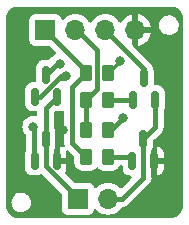
<source format=gbr>
%TF.GenerationSoftware,KiCad,Pcbnew,7.0.0-da2b9df05c~163~ubuntu20.04.1*%
%TF.CreationDate,2023-06-08T13:28:59+01:00*%
%TF.ProjectId,h_bridge,685f6272-6964-4676-952e-6b696361645f,rev?*%
%TF.SameCoordinates,Original*%
%TF.FileFunction,Copper,L1,Top*%
%TF.FilePolarity,Positive*%
%FSLAX46Y46*%
G04 Gerber Fmt 4.6, Leading zero omitted, Abs format (unit mm)*
G04 Created by KiCad (PCBNEW 7.0.0-da2b9df05c~163~ubuntu20.04.1) date 2023-06-08 13:28:59*
%MOMM*%
%LPD*%
G01*
G04 APERTURE LIST*
G04 Aperture macros list*
%AMRoundRect*
0 Rectangle with rounded corners*
0 $1 Rounding radius*
0 $2 $3 $4 $5 $6 $7 $8 $9 X,Y pos of 4 corners*
0 Add a 4 corners polygon primitive as box body*
4,1,4,$2,$3,$4,$5,$6,$7,$8,$9,$2,$3,0*
0 Add four circle primitives for the rounded corners*
1,1,$1+$1,$2,$3*
1,1,$1+$1,$4,$5*
1,1,$1+$1,$6,$7*
1,1,$1+$1,$8,$9*
0 Add four rect primitives between the rounded corners*
20,1,$1+$1,$2,$3,$4,$5,0*
20,1,$1+$1,$4,$5,$6,$7,0*
20,1,$1+$1,$6,$7,$8,$9,0*
20,1,$1+$1,$8,$9,$2,$3,0*%
G04 Aperture macros list end*
%TA.AperFunction,SMDPad,CuDef*%
%ADD10RoundRect,0.150000X0.150000X-0.587500X0.150000X0.587500X-0.150000X0.587500X-0.150000X-0.587500X0*%
%TD*%
%TA.AperFunction,ComponentPad*%
%ADD11R,1.700000X1.700000*%
%TD*%
%TA.AperFunction,ComponentPad*%
%ADD12O,1.700000X1.700000*%
%TD*%
%TA.AperFunction,SMDPad,CuDef*%
%ADD13RoundRect,0.250000X-0.262500X-0.450000X0.262500X-0.450000X0.262500X0.450000X-0.262500X0.450000X0*%
%TD*%
%TA.AperFunction,SMDPad,CuDef*%
%ADD14RoundRect,0.250000X0.262500X0.450000X-0.262500X0.450000X-0.262500X-0.450000X0.262500X-0.450000X0*%
%TD*%
%TA.AperFunction,ViaPad*%
%ADD15C,0.800000*%
%TD*%
%TA.AperFunction,Conductor*%
%ADD16C,0.400000*%
%TD*%
%TA.AperFunction,Conductor*%
%ADD17C,0.250000*%
%TD*%
G04 APERTURE END LIST*
D10*
%TO.P,Q3,1,G*%
%TO.N,Net-(Q3-G)*%
X95128000Y-56485000D03*
%TO.P,Q3,2,S*%
%TO.N,GND*%
X97028000Y-56485000D03*
%TO.P,Q3,3,D*%
%TO.N,Net-(M1-+)*%
X96078000Y-54610000D03*
%TD*%
D11*
%TO.P,M1,1,+*%
%TO.N,Net-(M1-+)*%
X98805999Y-59689999D03*
D12*
%TO.P,M1,2,-*%
%TO.N,Net-(M1--)*%
X101345999Y-59689999D03*
%TD*%
D13*
%TO.P,R1,1*%
%TO.N,/A*%
X99521000Y-49022000D03*
%TO.P,R1,2*%
%TO.N,Net-(Q1-G)*%
X101346000Y-49022000D03*
%TD*%
D14*
%TO.P,R3,1*%
%TO.N,Net-(Q4-G)*%
X101346000Y-56134000D03*
%TO.P,R3,2*%
%TO.N,/A*%
X99521000Y-56134000D03*
%TD*%
D10*
%TO.P,Q1,1,G*%
%TO.N,Net-(Q1-G)*%
X95128000Y-51054000D03*
%TO.P,Q1,2,S*%
%TO.N,Net-(M1-+)*%
X97028000Y-51054000D03*
%TO.P,Q1,3,D*%
%TO.N,VCC*%
X96078000Y-49179000D03*
%TD*%
D14*
%TO.P,R4,1*%
%TO.N,Net-(Q2-G)*%
X101346000Y-51308000D03*
%TO.P,R4,2*%
%TO.N,/B*%
X99521000Y-51308000D03*
%TD*%
D10*
%TO.P,Q2,1,G*%
%TO.N,Net-(Q2-G)*%
X103450000Y-51308000D03*
%TO.P,Q2,2,S*%
%TO.N,Net-(M1--)*%
X105350000Y-51308000D03*
%TO.P,Q2,3,D*%
%TO.N,VCC*%
X104400000Y-49433000D03*
%TD*%
%TO.P,Q4,1,G*%
%TO.N,Net-(Q4-G)*%
X103378000Y-56485000D03*
%TO.P,Q4,2,S*%
%TO.N,GND*%
X105278000Y-56485000D03*
%TO.P,Q4,3,D*%
%TO.N,Net-(M1--)*%
X104328000Y-54610000D03*
%TD*%
D13*
%TO.P,R2,1*%
%TO.N,/B*%
X99521000Y-53848000D03*
%TO.P,R2,2*%
%TO.N,Net-(Q3-G)*%
X101346000Y-53848000D03*
%TD*%
D11*
%TO.P,J1,1,Pin_1*%
%TO.N,/A*%
X96049999Y-45409999D03*
D12*
%TO.P,J1,2,Pin_2*%
%TO.N,/B*%
X98589999Y-45409999D03*
%TO.P,J1,3,Pin_3*%
%TO.N,VCC*%
X101129999Y-45409999D03*
%TO.P,J1,4,Pin_4*%
%TO.N,GND*%
X103669999Y-45409999D03*
%TD*%
D15*
%TO.N,VCC*%
X97282000Y-48260000D03*
%TO.N,GND*%
X93726000Y-54864000D03*
X97536000Y-53848000D03*
%TO.N,Net-(Q1-G)*%
X102362000Y-48006000D03*
X97790000Y-49276000D03*
%TO.N,Net-(Q3-G)*%
X94996000Y-53594000D03*
X102616000Y-52832000D03*
%TD*%
D16*
%TO.N,/A*%
X98336000Y-50207000D02*
X99521000Y-49022000D01*
X99521000Y-56134000D02*
X98336000Y-54949000D01*
D17*
X99521000Y-48881000D02*
X99521000Y-49022000D01*
D16*
X96050000Y-45410000D02*
X99521000Y-48881000D01*
X98336000Y-54949000D02*
X98336000Y-50207000D01*
%TO.N,/B*%
X98750000Y-45410000D02*
X98590000Y-45410000D01*
X100433500Y-47093500D02*
X98750000Y-45410000D01*
X100433500Y-50395500D02*
X100433500Y-47093500D01*
X99521000Y-51308000D02*
X100433500Y-50395500D01*
X99521000Y-51308000D02*
X99521000Y-53848000D01*
%TO.N,VCC*%
X104400000Y-48680000D02*
X101130000Y-45410000D01*
D17*
X104400000Y-49433000D02*
X104400000Y-48680000D01*
D16*
X96997000Y-48260000D02*
X96078000Y-49179000D01*
D17*
X97282000Y-48260000D02*
X96997000Y-48260000D01*
D16*
%TO.N,Net-(M1-+)*%
X96078000Y-54610000D02*
X96078000Y-56944251D01*
X97028000Y-51054000D02*
X96078000Y-52004000D01*
X96078000Y-52004000D02*
X96078000Y-54610000D01*
D17*
X98806000Y-59672251D02*
X98806000Y-59690000D01*
D16*
X96078000Y-56944251D02*
X98806000Y-59672251D01*
%TO.N,Net-(M1--)*%
X102548081Y-59690000D02*
X101346000Y-59690000D01*
X105350000Y-53588000D02*
X104328000Y-54610000D01*
X105350000Y-51308000D02*
X105350000Y-53588000D01*
X104328000Y-57910081D02*
X102548081Y-59690000D01*
X104328000Y-54610000D02*
X104328000Y-57910081D01*
D17*
%TO.N,Net-(Q1-G)*%
X95618749Y-51054000D02*
X95128000Y-51054000D01*
D16*
X97396749Y-49276000D02*
X97212375Y-49460375D01*
X97212375Y-49460375D02*
X95815375Y-50857375D01*
X97212375Y-49460375D02*
X97605625Y-49460375D01*
X97605625Y-49460375D02*
X97790000Y-49276000D01*
D17*
X101346000Y-49022000D02*
X102362000Y-48006000D01*
D16*
X95815375Y-50857375D02*
X95618750Y-51054000D01*
D17*
X97790000Y-49276000D02*
X97396749Y-49276000D01*
D16*
X95815375Y-50857375D02*
X95618749Y-51054000D01*
X95618750Y-51054000D02*
X95128000Y-51054000D01*
%TO.N,Net-(Q2-G)*%
X101346000Y-51308000D02*
X103450000Y-51308000D01*
%TO.N,Net-(Q3-G)*%
X101600000Y-53848000D02*
X102616000Y-52832000D01*
D17*
X101346000Y-53848000D02*
X101600000Y-53848000D01*
X94996000Y-56353000D02*
X95128000Y-56485000D01*
D16*
X95100000Y-53545500D02*
X95100000Y-56304500D01*
%TO.N,Net-(Q4-G)*%
X101346000Y-56134000D02*
X103027000Y-56134000D01*
D17*
X103027000Y-56134000D02*
X103378000Y-56485000D01*
%TD*%
%TA.AperFunction,Conductor*%
%TO.N,GND*%
G36*
X97572936Y-52236362D02*
G01*
X97618724Y-52281792D01*
X97635500Y-52344073D01*
X97635500Y-54924079D01*
X97635274Y-54931567D01*
X97632094Y-54984118D01*
X97632094Y-54984126D01*
X97631642Y-54991606D01*
X97632993Y-54998982D01*
X97632994Y-54998987D01*
X97642483Y-55050771D01*
X97643610Y-55058171D01*
X97649955Y-55110425D01*
X97649956Y-55110430D01*
X97650860Y-55117872D01*
X97653519Y-55124885D01*
X97653521Y-55124891D01*
X97654450Y-55127340D01*
X97660475Y-55148952D01*
X97660951Y-55151551D01*
X97660954Y-55151560D01*
X97662305Y-55158932D01*
X97665381Y-55165766D01*
X97665383Y-55165773D01*
X97667210Y-55169832D01*
X97677710Y-55230959D01*
X97657292Y-55289525D01*
X97611067Y-55330877D01*
X97550597Y-55344670D01*
X97491012Y-55327452D01*
X97444913Y-55300189D01*
X97430705Y-55294041D01*
X97288776Y-55252807D01*
X97281706Y-55254213D01*
X97278000Y-55267356D01*
X97278000Y-56218674D01*
X97281450Y-56231549D01*
X97294326Y-56235000D01*
X97811674Y-56235000D01*
X97824549Y-56231549D01*
X97828000Y-56218674D01*
X97828000Y-55834303D01*
X97827808Y-55829423D01*
X97825597Y-55801326D01*
X97823331Y-55788920D01*
X97809859Y-55742549D01*
X97808639Y-55677872D01*
X97840159Y-55621381D01*
X97895839Y-55588452D01*
X97960527Y-55588046D01*
X98016616Y-55620273D01*
X98471681Y-56075338D01*
X98498561Y-56115566D01*
X98508000Y-56163019D01*
X98508000Y-56630858D01*
X98508000Y-56630877D01*
X98508001Y-56634008D01*
X98508320Y-56637140D01*
X98508321Y-56637141D01*
X98517812Y-56730061D01*
X98517813Y-56730069D01*
X98518501Y-56736797D01*
X98520629Y-56743219D01*
X98520630Y-56743223D01*
X98557312Y-56853921D01*
X98573686Y-56903334D01*
X98577477Y-56909480D01*
X98661997Y-57046511D01*
X98662000Y-57046515D01*
X98665788Y-57052656D01*
X98789844Y-57176712D01*
X98795985Y-57180500D01*
X98795988Y-57180502D01*
X98853058Y-57215702D01*
X98939166Y-57268814D01*
X99105703Y-57323999D01*
X99208491Y-57334500D01*
X99833508Y-57334499D01*
X99936297Y-57323999D01*
X100102834Y-57268814D01*
X100252156Y-57176712D01*
X100345819Y-57083049D01*
X100401406Y-57050955D01*
X100465594Y-57050955D01*
X100521181Y-57083049D01*
X100614844Y-57176712D01*
X100620985Y-57180500D01*
X100620988Y-57180502D01*
X100678058Y-57215702D01*
X100764166Y-57268814D01*
X100930703Y-57323999D01*
X101033491Y-57334500D01*
X101658508Y-57334499D01*
X101761297Y-57323999D01*
X101927834Y-57268814D01*
X102077156Y-57176712D01*
X102201212Y-57052656D01*
X102293314Y-56903334D01*
X102293450Y-56903417D01*
X102336856Y-56853921D01*
X102403483Y-56834500D01*
X102453500Y-56834500D01*
X102515500Y-56851113D01*
X102560887Y-56896500D01*
X102577500Y-56958500D01*
X102577500Y-57138194D01*
X102577690Y-57140614D01*
X102577691Y-57140628D01*
X102579904Y-57168751D01*
X102579905Y-57168758D01*
X102580402Y-57175069D01*
X102582168Y-57181150D01*
X102582170Y-57181157D01*
X102608297Y-57271085D01*
X102626256Y-57332898D01*
X102630226Y-57339611D01*
X102630227Y-57339613D01*
X102705946Y-57467648D01*
X102705948Y-57467651D01*
X102709919Y-57474365D01*
X102826135Y-57590581D01*
X102967602Y-57674244D01*
X103125431Y-57720098D01*
X103162306Y-57723000D01*
X103225063Y-57723000D01*
X103281358Y-57736515D01*
X103325381Y-57774115D01*
X103347536Y-57827602D01*
X103342994Y-57885318D01*
X103312744Y-57934680D01*
X103175916Y-58071508D01*
X102494340Y-58753082D01*
X102438752Y-58785176D01*
X102374565Y-58785176D01*
X102318978Y-58753082D01*
X102221232Y-58655336D01*
X102221231Y-58655335D01*
X102217401Y-58651505D01*
X102212970Y-58648402D01*
X102212966Y-58648399D01*
X102028259Y-58519066D01*
X102028257Y-58519064D01*
X102023830Y-58515965D01*
X102018933Y-58513681D01*
X102018927Y-58513678D01*
X101814572Y-58418386D01*
X101814570Y-58418385D01*
X101809663Y-58416097D01*
X101804438Y-58414697D01*
X101804430Y-58414694D01*
X101586634Y-58356337D01*
X101586630Y-58356336D01*
X101581408Y-58354937D01*
X101576020Y-58354465D01*
X101576017Y-58354465D01*
X101351395Y-58334813D01*
X101346000Y-58334341D01*
X101340605Y-58334813D01*
X101115982Y-58354465D01*
X101115977Y-58354465D01*
X101110592Y-58354937D01*
X101105371Y-58356335D01*
X101105365Y-58356337D01*
X100887569Y-58414694D01*
X100887557Y-58414698D01*
X100882337Y-58416097D01*
X100877432Y-58418383D01*
X100877427Y-58418386D01*
X100673081Y-58513675D01*
X100673077Y-58513677D01*
X100668171Y-58515965D01*
X100663738Y-58519068D01*
X100663731Y-58519073D01*
X100479034Y-58648399D01*
X100479029Y-58648402D01*
X100474599Y-58651505D01*
X100470775Y-58655328D01*
X100470775Y-58655329D01*
X100352673Y-58773431D01*
X100299926Y-58804726D01*
X100238633Y-58806915D01*
X100183789Y-58779462D01*
X100148810Y-58729082D01*
X100121304Y-58655336D01*
X100099796Y-58597669D01*
X100013546Y-58482454D01*
X99923030Y-58414694D01*
X99905431Y-58401519D01*
X99905430Y-58401518D01*
X99898331Y-58396204D01*
X99791442Y-58356337D01*
X99770752Y-58348620D01*
X99770750Y-58348619D01*
X99763483Y-58345909D01*
X99755770Y-58345079D01*
X99755767Y-58345079D01*
X99707180Y-58339855D01*
X99707169Y-58339854D01*
X99703873Y-58339500D01*
X99700551Y-58339500D01*
X98515268Y-58339500D01*
X98467815Y-58330061D01*
X98427587Y-58303181D01*
X97727566Y-57603160D01*
X97698578Y-57557482D01*
X97691797Y-57503809D01*
X97708515Y-57452358D01*
X97775310Y-57339412D01*
X97781458Y-57325205D01*
X97823331Y-57181079D01*
X97825597Y-57168673D01*
X97827808Y-57140576D01*
X97828000Y-57135697D01*
X97828000Y-56751326D01*
X97824549Y-56738450D01*
X97811674Y-56735000D01*
X96910768Y-56735000D01*
X96863315Y-56725561D01*
X96823087Y-56698681D01*
X96814819Y-56690413D01*
X96787939Y-56650185D01*
X96778500Y-56602732D01*
X96778500Y-55578469D01*
X96795768Y-55515348D01*
X96803271Y-55502661D01*
X96829744Y-55457898D01*
X96875598Y-55300069D01*
X96878500Y-55263194D01*
X96878500Y-53956806D01*
X96875598Y-53919931D01*
X96829744Y-53762102D01*
X96795767Y-53704651D01*
X96778500Y-53641531D01*
X96778500Y-52416000D01*
X96795113Y-52354000D01*
X96840500Y-52308613D01*
X96902500Y-52292000D01*
X97241249Y-52292000D01*
X97243694Y-52292000D01*
X97280569Y-52289098D01*
X97438398Y-52243244D01*
X97448378Y-52237341D01*
X97451722Y-52236412D01*
X97452274Y-52236174D01*
X97452306Y-52236250D01*
X97510524Y-52220077D01*
X97572936Y-52236362D01*
G37*
%TD.AperFunction*%
%TA.AperFunction,Conductor*%
G36*
X107014740Y-43442639D02*
G01*
X107021458Y-43445288D01*
X107027017Y-43447639D01*
X107058027Y-43461658D01*
X107069767Y-43466966D01*
X107075200Y-43469583D01*
X107116839Y-43490909D01*
X107122045Y-43493737D01*
X107162548Y-43517026D01*
X107167614Y-43520105D01*
X107206780Y-43545214D01*
X107211718Y-43548550D01*
X107249563Y-43575462D01*
X107254307Y-43579009D01*
X107275539Y-43595694D01*
X107290798Y-43607686D01*
X107295367Y-43611456D01*
X107330414Y-43641815D01*
X107334779Y-43645783D01*
X107368350Y-43677789D01*
X107372531Y-43681970D01*
X107404502Y-43715502D01*
X107408448Y-43719842D01*
X107438850Y-43754939D01*
X107442606Y-43759492D01*
X107471283Y-43795984D01*
X107474839Y-43800740D01*
X107501754Y-43838588D01*
X107505083Y-43843515D01*
X107530203Y-43882698D01*
X107533311Y-43887814D01*
X107556539Y-43928214D01*
X107559405Y-43933491D01*
X107580718Y-43975102D01*
X107583344Y-43980553D01*
X107602663Y-44023289D01*
X107605025Y-44028875D01*
X107622289Y-44072659D01*
X107624387Y-44078390D01*
X107625841Y-44082688D01*
X107639543Y-44123185D01*
X107641368Y-44129053D01*
X107654369Y-44174836D01*
X107655909Y-44180826D01*
X107666667Y-44227443D01*
X107667911Y-44233525D01*
X107676401Y-44281062D01*
X107677344Y-44287231D01*
X107683481Y-44335523D01*
X107684113Y-44341755D01*
X107687844Y-44390829D01*
X107688161Y-44397091D01*
X107689460Y-44448411D01*
X107689500Y-44451549D01*
X107689500Y-60249049D01*
X107689460Y-60252187D01*
X107688161Y-60303501D01*
X107687844Y-60309765D01*
X107684112Y-60358844D01*
X107683480Y-60365073D01*
X107677344Y-60413360D01*
X107676402Y-60419528D01*
X107667912Y-60467069D01*
X107666667Y-60473153D01*
X107655909Y-60519770D01*
X107654369Y-60525760D01*
X107641368Y-60571543D01*
X107639543Y-60577411D01*
X107624390Y-60622198D01*
X107622291Y-60627930D01*
X107613229Y-60650917D01*
X107605033Y-60671703D01*
X107602667Y-60677299D01*
X107583343Y-60720045D01*
X107580718Y-60725493D01*
X107559402Y-60767111D01*
X107556535Y-60772389D01*
X107550819Y-60782331D01*
X107533310Y-60812784D01*
X107530203Y-60817898D01*
X107505092Y-60857068D01*
X107501757Y-60862003D01*
X107498688Y-60866321D01*
X107474844Y-60899851D01*
X107471289Y-60904605D01*
X107442621Y-60941087D01*
X107438848Y-60945659D01*
X107408473Y-60980725D01*
X107404492Y-60985105D01*
X107372511Y-61018647D01*
X107368332Y-61022826D01*
X107344878Y-61045187D01*
X107334797Y-61054799D01*
X107334784Y-61054811D01*
X107330404Y-61058791D01*
X107295375Y-61089133D01*
X107290808Y-61092902D01*
X107254321Y-61121576D01*
X107249578Y-61125123D01*
X107211697Y-61152062D01*
X107206773Y-61155388D01*
X107167624Y-61180485D01*
X107162514Y-61183590D01*
X107122078Y-61206841D01*
X107116792Y-61209712D01*
X107075211Y-61231008D01*
X107069766Y-61233631D01*
X107027043Y-61252945D01*
X107021449Y-61255311D01*
X106977620Y-61272593D01*
X106971877Y-61274696D01*
X106960316Y-61278607D01*
X106927104Y-61289844D01*
X106921258Y-61291662D01*
X106875479Y-61304662D01*
X106869489Y-61306202D01*
X106822855Y-61316964D01*
X106816774Y-61318208D01*
X106769250Y-61326696D01*
X106763080Y-61327639D01*
X106714754Y-61333780D01*
X106708522Y-61334412D01*
X106659470Y-61338141D01*
X106653208Y-61338458D01*
X106605873Y-61339656D01*
X106601887Y-61339757D01*
X106598752Y-61339797D01*
X93801248Y-61339797D01*
X93798112Y-61339757D01*
X93794806Y-61339673D01*
X93746794Y-61338458D01*
X93740530Y-61338141D01*
X93691451Y-61334409D01*
X93685222Y-61333777D01*
X93636935Y-61327641D01*
X93630768Y-61326699D01*
X93583236Y-61318211D01*
X93577159Y-61316968D01*
X93530509Y-61306203D01*
X93524519Y-61304663D01*
X93524515Y-61304662D01*
X93505986Y-61299400D01*
X93478755Y-61291667D01*
X93472899Y-61289846D01*
X93428084Y-61274683D01*
X93422379Y-61272594D01*
X93404557Y-61265567D01*
X93378566Y-61255319D01*
X93372974Y-61252954D01*
X93330250Y-61233640D01*
X93324804Y-61231016D01*
X93283197Y-61209707D01*
X93277929Y-61206846D01*
X93237505Y-61183603D01*
X93232396Y-61180499D01*
X93224485Y-61175427D01*
X93193214Y-61155380D01*
X93188287Y-61152051D01*
X93150439Y-61125136D01*
X93145683Y-61121580D01*
X93109191Y-61092903D01*
X93104634Y-61089143D01*
X93069567Y-61058767D01*
X93065202Y-61054799D01*
X93031649Y-61022808D01*
X93027468Y-61018628D01*
X92995475Y-60985070D01*
X92991516Y-60980714D01*
X92961151Y-60945661D01*
X92961149Y-60945659D01*
X92961141Y-60945650D01*
X92957409Y-60941127D01*
X92928694Y-60904586D01*
X92925181Y-60899888D01*
X92898249Y-60862016D01*
X92894913Y-60857077D01*
X92869804Y-60817911D01*
X92866725Y-60812845D01*
X92843440Y-60772349D01*
X92840597Y-60767113D01*
X92819280Y-60725493D01*
X92816673Y-60720084D01*
X92797326Y-60677288D01*
X92795000Y-60671787D01*
X92777710Y-60627936D01*
X92775609Y-60622196D01*
X92760456Y-60577411D01*
X92758632Y-60571544D01*
X92745630Y-60525760D01*
X92744093Y-60519785D01*
X92733328Y-60473139D01*
X92732087Y-60467071D01*
X92723599Y-60419547D01*
X92722661Y-60413412D01*
X92716512Y-60365024D01*
X92715886Y-60358844D01*
X92712152Y-60309744D01*
X92711838Y-60303521D01*
X92710540Y-60252185D01*
X92710500Y-60249052D01*
X92710500Y-59954990D01*
X93169845Y-59954990D01*
X93170208Y-59961703D01*
X93170209Y-59961703D01*
X93179213Y-60127781D01*
X93179213Y-60127786D01*
X93179578Y-60134501D01*
X93181377Y-60140983D01*
X93181378Y-60140984D01*
X93212297Y-60252346D01*
X93227673Y-60307723D01*
X93230823Y-60313666D01*
X93230825Y-60313669D01*
X93263415Y-60375140D01*
X93311881Y-60466556D01*
X93316229Y-60471676D01*
X93316232Y-60471679D01*
X93359657Y-60522802D01*
X93428265Y-60603574D01*
X93571382Y-60712369D01*
X93734541Y-60787854D01*
X93910113Y-60826500D01*
X94041458Y-60826500D01*
X94044816Y-60826500D01*
X94178721Y-60811937D01*
X94349085Y-60754535D01*
X94503126Y-60661851D01*
X94633642Y-60538220D01*
X94734529Y-60389423D01*
X94801070Y-60222416D01*
X94830155Y-60045010D01*
X94820422Y-59865499D01*
X94772327Y-59692277D01*
X94688119Y-59533444D01*
X94571735Y-59396426D01*
X94495073Y-59338149D01*
X94433974Y-59291702D01*
X94433970Y-59291699D01*
X94428618Y-59287631D01*
X94337477Y-59245465D01*
X94271559Y-59214968D01*
X94271557Y-59214967D01*
X94265459Y-59212146D01*
X94258896Y-59210701D01*
X94258895Y-59210701D01*
X94096452Y-59174945D01*
X94096451Y-59174944D01*
X94089887Y-59173500D01*
X93955184Y-59173500D01*
X93951847Y-59173862D01*
X93951845Y-59173863D01*
X93827962Y-59187336D01*
X93827960Y-59187336D01*
X93821279Y-59188063D01*
X93814915Y-59190207D01*
X93814907Y-59190209D01*
X93657283Y-59243319D01*
X93657279Y-59243320D01*
X93650915Y-59245465D01*
X93645163Y-59248925D01*
X93645156Y-59248929D01*
X93502630Y-59334685D01*
X93502625Y-59334688D01*
X93496874Y-59338149D01*
X93492002Y-59342763D01*
X93491998Y-59342767D01*
X93371234Y-59457160D01*
X93371228Y-59457166D01*
X93366358Y-59461780D01*
X93362590Y-59467336D01*
X93362585Y-59467343D01*
X93269246Y-59605007D01*
X93269240Y-59605017D01*
X93265471Y-59610577D01*
X93262981Y-59616824D01*
X93262981Y-59616826D01*
X93201420Y-59771333D01*
X93201418Y-59771337D01*
X93198930Y-59777584D01*
X93197841Y-59784222D01*
X93197841Y-59784225D01*
X93184517Y-59865499D01*
X93169845Y-59954990D01*
X92710500Y-59954990D01*
X92710500Y-53594000D01*
X94090540Y-53594000D01*
X94091219Y-53600460D01*
X94109646Y-53775795D01*
X94109647Y-53775803D01*
X94110326Y-53782256D01*
X94112331Y-53788428D01*
X94112333Y-53788435D01*
X94163601Y-53946220D01*
X94168821Y-53962284D01*
X94172068Y-53967908D01*
X94172069Y-53967910D01*
X94248874Y-54100941D01*
X94263467Y-54126216D01*
X94335589Y-54206316D01*
X94367650Y-54241923D01*
X94391264Y-54280457D01*
X94399500Y-54324895D01*
X94399500Y-55563877D01*
X94383269Y-55623205D01*
X94383325Y-55623229D01*
X94383156Y-55623617D01*
X94382232Y-55626996D01*
X94376256Y-55637102D01*
X94374080Y-55644591D01*
X94374079Y-55644594D01*
X94332170Y-55788842D01*
X94332168Y-55788851D01*
X94330402Y-55794931D01*
X94329905Y-55801239D01*
X94329904Y-55801248D01*
X94327691Y-55829371D01*
X94327690Y-55829386D01*
X94327500Y-55831806D01*
X94327500Y-57138194D01*
X94327690Y-57140614D01*
X94327691Y-57140628D01*
X94329904Y-57168751D01*
X94329905Y-57168758D01*
X94330402Y-57175069D01*
X94332168Y-57181150D01*
X94332170Y-57181157D01*
X94358297Y-57271085D01*
X94376256Y-57332898D01*
X94380226Y-57339611D01*
X94380227Y-57339613D01*
X94455946Y-57467648D01*
X94455948Y-57467651D01*
X94459919Y-57474365D01*
X94576135Y-57590581D01*
X94717602Y-57674244D01*
X94875431Y-57720098D01*
X94912306Y-57723000D01*
X95341249Y-57723000D01*
X95343694Y-57723000D01*
X95380569Y-57720098D01*
X95538398Y-57674244D01*
X95630889Y-57619544D01*
X95682338Y-57602827D01*
X95736011Y-57609608D01*
X95781689Y-57638596D01*
X97419181Y-59276088D01*
X97446061Y-59316316D01*
X97455500Y-59363769D01*
X97455500Y-60584560D01*
X97455500Y-60584578D01*
X97455501Y-60587872D01*
X97455853Y-60591150D01*
X97455854Y-60591161D01*
X97461079Y-60639768D01*
X97461080Y-60639773D01*
X97461909Y-60647483D01*
X97464619Y-60654749D01*
X97464620Y-60654753D01*
X97490199Y-60723333D01*
X97512204Y-60782331D01*
X97517518Y-60789430D01*
X97517519Y-60789431D01*
X97573367Y-60864035D01*
X97598454Y-60897546D01*
X97713669Y-60983796D01*
X97848517Y-61034091D01*
X97908127Y-61040500D01*
X99703872Y-61040499D01*
X99763483Y-61034091D01*
X99898331Y-60983796D01*
X100013546Y-60897546D01*
X100099796Y-60782331D01*
X100148810Y-60650916D01*
X100183789Y-60600537D01*
X100238634Y-60573084D01*
X100299927Y-60575273D01*
X100352673Y-60606569D01*
X100474599Y-60728495D01*
X100479031Y-60731598D01*
X100479033Y-60731600D01*
X100623260Y-60832589D01*
X100668170Y-60864035D01*
X100882337Y-60963903D01*
X101110592Y-61025063D01*
X101346000Y-61045659D01*
X101581408Y-61025063D01*
X101809663Y-60963903D01*
X102023830Y-60864035D01*
X102217401Y-60728495D01*
X102384495Y-60561401D01*
X102465286Y-60446018D01*
X102512953Y-60405474D01*
X102574352Y-60393370D01*
X102583195Y-60393905D01*
X102583196Y-60393904D01*
X102590687Y-60394358D01*
X102649863Y-60383513D01*
X102657262Y-60382387D01*
X102716953Y-60375140D01*
X102726413Y-60371551D01*
X102748040Y-60365522D01*
X102758013Y-60363695D01*
X102812889Y-60338996D01*
X102819754Y-60336152D01*
X102876011Y-60314818D01*
X102884345Y-60309064D01*
X102903902Y-60298034D01*
X102913138Y-60293878D01*
X102960494Y-60256775D01*
X102966501Y-60252355D01*
X103016010Y-60218183D01*
X103055903Y-60173151D01*
X103061005Y-60167731D01*
X104805723Y-58423012D01*
X104811142Y-58417910D01*
X104856183Y-58378010D01*
X104890366Y-58328486D01*
X104894779Y-58322488D01*
X104931878Y-58275137D01*
X104936034Y-58265901D01*
X104947061Y-58246350D01*
X104952818Y-58238011D01*
X104974147Y-58181767D01*
X104977001Y-58174876D01*
X105001695Y-58120012D01*
X105003522Y-58110038D01*
X105009548Y-58088421D01*
X105013140Y-58078953D01*
X105020386Y-58019265D01*
X105021514Y-58011857D01*
X105032358Y-57952687D01*
X105028725Y-57892647D01*
X105028500Y-57885160D01*
X105028500Y-57702644D01*
X105528000Y-57702644D01*
X105531706Y-57715786D01*
X105538776Y-57717192D01*
X105680705Y-57675958D01*
X105694912Y-57669810D01*
X105822838Y-57594155D01*
X105835074Y-57584664D01*
X105940164Y-57479574D01*
X105949655Y-57467338D01*
X106025310Y-57339412D01*
X106031458Y-57325205D01*
X106073331Y-57181079D01*
X106075597Y-57168673D01*
X106077808Y-57140576D01*
X106078000Y-57135697D01*
X106078000Y-56751326D01*
X106074549Y-56738450D01*
X106061674Y-56735000D01*
X105544326Y-56735000D01*
X105531450Y-56738450D01*
X105528000Y-56751326D01*
X105528000Y-57702644D01*
X105028500Y-57702644D01*
X105028500Y-56218674D01*
X105528000Y-56218674D01*
X105531450Y-56231549D01*
X105544326Y-56235000D01*
X106061674Y-56235000D01*
X106074549Y-56231549D01*
X106078000Y-56218674D01*
X106078000Y-55834303D01*
X106077808Y-55829423D01*
X106075597Y-55801326D01*
X106073331Y-55788920D01*
X106031458Y-55644794D01*
X106025310Y-55630587D01*
X105949655Y-55502661D01*
X105940164Y-55490425D01*
X105835074Y-55385335D01*
X105822838Y-55375844D01*
X105694912Y-55300189D01*
X105680705Y-55294041D01*
X105538776Y-55252807D01*
X105531706Y-55254213D01*
X105528000Y-55267356D01*
X105528000Y-56218674D01*
X105028500Y-56218674D01*
X105028500Y-55578469D01*
X105045768Y-55515348D01*
X105053271Y-55502661D01*
X105079744Y-55457898D01*
X105125598Y-55300069D01*
X105128500Y-55263194D01*
X105128500Y-54851519D01*
X105137939Y-54804066D01*
X105164819Y-54763838D01*
X105318179Y-54610478D01*
X105827731Y-54100924D01*
X105833151Y-54095822D01*
X105878183Y-54055929D01*
X105912362Y-54006410D01*
X105916779Y-54000407D01*
X105953877Y-53953057D01*
X105958030Y-53943826D01*
X105969058Y-53924272D01*
X105974818Y-53915930D01*
X105996149Y-53859680D01*
X105999014Y-53852766D01*
X106020614Y-53804776D01*
X106020614Y-53804773D01*
X106023694Y-53797932D01*
X106025518Y-53787974D01*
X106031548Y-53766340D01*
X106035140Y-53756872D01*
X106042389Y-53697165D01*
X106043516Y-53689762D01*
X106046138Y-53675453D01*
X106054357Y-53630606D01*
X106050726Y-53570577D01*
X106050500Y-53563090D01*
X106050500Y-52276469D01*
X106067768Y-52213348D01*
X106101744Y-52155898D01*
X106147598Y-51998069D01*
X106150500Y-51961194D01*
X106150500Y-50654806D01*
X106147598Y-50617931D01*
X106101744Y-50460102D01*
X106018081Y-50318635D01*
X105901865Y-50202419D01*
X105895151Y-50198448D01*
X105895148Y-50198446D01*
X105767113Y-50122727D01*
X105767111Y-50122726D01*
X105760398Y-50118756D01*
X105752905Y-50116579D01*
X105608657Y-50074670D01*
X105608650Y-50074668D01*
X105602569Y-50072902D01*
X105596258Y-50072405D01*
X105596251Y-50072404D01*
X105568128Y-50070191D01*
X105568114Y-50070190D01*
X105565694Y-50070000D01*
X105563249Y-50070000D01*
X105324500Y-50070000D01*
X105262500Y-50053387D01*
X105217113Y-50008000D01*
X105200500Y-49946000D01*
X105200500Y-48782251D01*
X105200500Y-48779806D01*
X105197598Y-48742931D01*
X105151744Y-48585102D01*
X105068081Y-48443635D01*
X105063296Y-48438850D01*
X105048769Y-48414689D01*
X105003877Y-48314943D01*
X104925290Y-48214633D01*
X103456319Y-46745661D01*
X103443428Y-46726369D01*
X103920000Y-46726369D01*
X103922551Y-46737311D01*
X103933780Y-46736943D01*
X104128263Y-46684831D01*
X104138397Y-46681143D01*
X104342676Y-46585886D01*
X104352008Y-46580498D01*
X104536643Y-46451215D01*
X104544909Y-46444278D01*
X104704278Y-46284909D01*
X104711215Y-46276643D01*
X104840498Y-46092008D01*
X104845886Y-46082676D01*
X104941143Y-45878397D01*
X104944831Y-45868263D01*
X104996943Y-45673780D01*
X104997311Y-45662551D01*
X104986369Y-45660000D01*
X103936326Y-45660000D01*
X103923450Y-45663450D01*
X103920000Y-45676326D01*
X103920000Y-46726369D01*
X103443428Y-46726369D01*
X103429439Y-46705434D01*
X103420000Y-46657981D01*
X103420000Y-45143674D01*
X103920000Y-45143674D01*
X103923450Y-45156549D01*
X103936326Y-45160000D01*
X104986369Y-45160000D01*
X104997311Y-45157448D01*
X104996943Y-45146219D01*
X104945703Y-44954990D01*
X105669845Y-44954990D01*
X105670208Y-44961703D01*
X105670209Y-44961703D01*
X105679213Y-45127781D01*
X105679213Y-45127786D01*
X105679578Y-45134501D01*
X105681377Y-45140983D01*
X105681378Y-45140984D01*
X105703987Y-45222416D01*
X105727673Y-45307723D01*
X105811881Y-45466556D01*
X105816229Y-45471676D01*
X105816232Y-45471679D01*
X105868027Y-45532656D01*
X105928265Y-45603574D01*
X106071382Y-45712369D01*
X106234541Y-45787854D01*
X106410113Y-45826500D01*
X106541458Y-45826500D01*
X106544816Y-45826500D01*
X106678721Y-45811937D01*
X106849085Y-45754535D01*
X107003126Y-45661851D01*
X107133642Y-45538220D01*
X107234529Y-45389423D01*
X107301070Y-45222416D01*
X107330155Y-45045010D01*
X107320422Y-44865499D01*
X107272327Y-44692277D01*
X107188119Y-44533444D01*
X107182573Y-44526915D01*
X107113204Y-44445247D01*
X107071735Y-44396426D01*
X106995693Y-44338620D01*
X106933974Y-44291702D01*
X106933970Y-44291699D01*
X106928618Y-44287631D01*
X106920927Y-44284073D01*
X106771559Y-44214968D01*
X106771557Y-44214967D01*
X106765459Y-44212146D01*
X106758896Y-44210701D01*
X106758895Y-44210701D01*
X106596452Y-44174945D01*
X106596451Y-44174944D01*
X106589887Y-44173500D01*
X106455184Y-44173500D01*
X106451847Y-44173862D01*
X106451845Y-44173863D01*
X106327962Y-44187336D01*
X106327960Y-44187336D01*
X106321279Y-44188063D01*
X106314915Y-44190207D01*
X106314907Y-44190209D01*
X106157283Y-44243319D01*
X106157279Y-44243320D01*
X106150915Y-44245465D01*
X106145163Y-44248925D01*
X106145156Y-44248929D01*
X106002630Y-44334685D01*
X106002625Y-44334688D01*
X105996874Y-44338149D01*
X105992002Y-44342763D01*
X105991998Y-44342767D01*
X105871234Y-44457160D01*
X105871228Y-44457166D01*
X105866358Y-44461780D01*
X105862590Y-44467336D01*
X105862585Y-44467343D01*
X105769246Y-44605007D01*
X105769240Y-44605017D01*
X105765471Y-44610577D01*
X105762981Y-44616824D01*
X105762981Y-44616826D01*
X105701420Y-44771333D01*
X105701418Y-44771337D01*
X105698930Y-44777584D01*
X105697841Y-44784222D01*
X105697841Y-44784225D01*
X105671264Y-44946337D01*
X105669845Y-44954990D01*
X104945703Y-44954990D01*
X104944831Y-44951736D01*
X104941143Y-44941602D01*
X104845889Y-44737332D01*
X104840491Y-44727982D01*
X104711215Y-44543357D01*
X104704280Y-44535092D01*
X104544909Y-44375721D01*
X104536643Y-44368784D01*
X104352008Y-44239501D01*
X104342676Y-44234113D01*
X104138397Y-44138856D01*
X104128263Y-44135168D01*
X103933780Y-44083056D01*
X103922551Y-44082688D01*
X103920000Y-44093631D01*
X103920000Y-45143674D01*
X103420000Y-45143674D01*
X103420000Y-44093631D01*
X103417448Y-44082688D01*
X103406219Y-44083056D01*
X103211736Y-44135168D01*
X103201602Y-44138856D01*
X102997332Y-44234110D01*
X102987982Y-44239508D01*
X102803357Y-44368784D01*
X102795092Y-44375719D01*
X102635719Y-44535092D01*
X102628788Y-44543352D01*
X102501880Y-44724596D01*
X102457562Y-44763461D01*
X102400305Y-44777472D01*
X102343048Y-44763461D01*
X102298730Y-44724595D01*
X102214994Y-44605007D01*
X102168495Y-44538599D01*
X102001401Y-44371505D01*
X101996970Y-44368402D01*
X101996966Y-44368399D01*
X101812259Y-44239066D01*
X101812257Y-44239064D01*
X101807830Y-44235965D01*
X101802933Y-44233681D01*
X101802927Y-44233678D01*
X101598572Y-44138386D01*
X101598570Y-44138385D01*
X101593663Y-44136097D01*
X101588438Y-44134697D01*
X101588430Y-44134694D01*
X101370634Y-44076337D01*
X101370630Y-44076336D01*
X101365408Y-44074937D01*
X101360020Y-44074465D01*
X101360017Y-44074465D01*
X101135395Y-44054813D01*
X101130000Y-44054341D01*
X101124605Y-44054813D01*
X100899982Y-44074465D01*
X100899977Y-44074465D01*
X100894592Y-44074937D01*
X100889371Y-44076335D01*
X100889365Y-44076337D01*
X100671569Y-44134694D01*
X100671557Y-44134698D01*
X100666337Y-44136097D01*
X100661432Y-44138383D01*
X100661427Y-44138386D01*
X100457081Y-44233675D01*
X100457077Y-44233677D01*
X100452171Y-44235965D01*
X100447738Y-44239068D01*
X100447731Y-44239073D01*
X100263034Y-44368399D01*
X100263029Y-44368402D01*
X100258599Y-44371505D01*
X100254775Y-44375328D01*
X100254769Y-44375334D01*
X100095334Y-44534769D01*
X100095328Y-44534775D01*
X100091505Y-44538599D01*
X100088402Y-44543029D01*
X100088399Y-44543034D01*
X99961575Y-44724159D01*
X99917257Y-44763025D01*
X99860000Y-44777036D01*
X99802743Y-44763025D01*
X99758425Y-44724159D01*
X99674994Y-44605007D01*
X99628495Y-44538599D01*
X99461401Y-44371505D01*
X99456970Y-44368402D01*
X99456966Y-44368399D01*
X99272259Y-44239066D01*
X99272257Y-44239064D01*
X99267830Y-44235965D01*
X99262933Y-44233681D01*
X99262927Y-44233678D01*
X99058572Y-44138386D01*
X99058570Y-44138385D01*
X99053663Y-44136097D01*
X99048438Y-44134697D01*
X99048430Y-44134694D01*
X98830634Y-44076337D01*
X98830630Y-44076336D01*
X98825408Y-44074937D01*
X98820020Y-44074465D01*
X98820017Y-44074465D01*
X98595395Y-44054813D01*
X98590000Y-44054341D01*
X98584605Y-44054813D01*
X98359982Y-44074465D01*
X98359977Y-44074465D01*
X98354592Y-44074937D01*
X98349371Y-44076335D01*
X98349365Y-44076337D01*
X98131569Y-44134694D01*
X98131557Y-44134698D01*
X98126337Y-44136097D01*
X98121432Y-44138383D01*
X98121427Y-44138386D01*
X97917081Y-44233675D01*
X97917077Y-44233677D01*
X97912171Y-44235965D01*
X97907738Y-44239068D01*
X97907731Y-44239073D01*
X97723034Y-44368399D01*
X97723029Y-44368402D01*
X97718599Y-44371505D01*
X97714775Y-44375328D01*
X97714775Y-44375329D01*
X97596673Y-44493431D01*
X97543926Y-44524726D01*
X97482633Y-44526915D01*
X97427789Y-44499462D01*
X97392810Y-44449082D01*
X97372249Y-44393955D01*
X97343796Y-44317669D01*
X97257546Y-44202454D01*
X97224393Y-44177636D01*
X97149431Y-44121519D01*
X97149430Y-44121518D01*
X97142331Y-44116204D01*
X97035442Y-44076337D01*
X97014752Y-44068620D01*
X97014750Y-44068619D01*
X97007483Y-44065909D01*
X96999770Y-44065079D01*
X96999767Y-44065079D01*
X96951180Y-44059855D01*
X96951169Y-44059854D01*
X96947873Y-44059500D01*
X96944550Y-44059500D01*
X95155439Y-44059500D01*
X95155420Y-44059500D01*
X95152128Y-44059501D01*
X95148850Y-44059853D01*
X95148838Y-44059854D01*
X95100231Y-44065079D01*
X95100225Y-44065080D01*
X95092517Y-44065909D01*
X95085252Y-44068618D01*
X95085246Y-44068620D01*
X94965980Y-44113104D01*
X94965978Y-44113104D01*
X94957669Y-44116204D01*
X94950572Y-44121516D01*
X94950568Y-44121519D01*
X94849550Y-44197141D01*
X94849546Y-44197144D01*
X94842454Y-44202454D01*
X94837144Y-44209546D01*
X94837141Y-44209550D01*
X94761519Y-44310568D01*
X94761516Y-44310572D01*
X94756204Y-44317669D01*
X94753104Y-44325978D01*
X94753104Y-44325980D01*
X94708620Y-44445247D01*
X94708619Y-44445250D01*
X94705909Y-44452517D01*
X94705079Y-44460227D01*
X94705079Y-44460232D01*
X94699855Y-44508819D01*
X94699854Y-44508831D01*
X94699500Y-44512127D01*
X94699500Y-44515448D01*
X94699500Y-44515449D01*
X94699500Y-46304560D01*
X94699500Y-46304578D01*
X94699501Y-46307872D01*
X94699853Y-46311150D01*
X94699854Y-46311161D01*
X94705079Y-46359768D01*
X94705080Y-46359773D01*
X94705909Y-46367483D01*
X94708619Y-46374749D01*
X94708620Y-46374753D01*
X94734552Y-46444278D01*
X94756204Y-46502331D01*
X94842454Y-46617546D01*
X94957669Y-46703796D01*
X95092517Y-46754091D01*
X95152127Y-46760500D01*
X96358480Y-46760499D01*
X96405933Y-46769938D01*
X96446161Y-46796818D01*
X96906451Y-47257108D01*
X96937192Y-47308018D01*
X96940694Y-47367386D01*
X96916150Y-47421556D01*
X96869206Y-47458068D01*
X96844752Y-47468956D01*
X96829270Y-47475849D01*
X96824016Y-47479665D01*
X96824011Y-47479669D01*
X96681387Y-47583291D01*
X96681382Y-47583295D01*
X96676129Y-47587112D01*
X96671787Y-47591933D01*
X96671776Y-47591944D01*
X96578202Y-47695868D01*
X96562528Y-47710504D01*
X96534579Y-47732401D01*
X96534570Y-47732408D01*
X96531633Y-47734710D01*
X96529003Y-47737339D01*
X96528986Y-47737355D01*
X96361661Y-47904681D01*
X96321433Y-47931561D01*
X96273980Y-47941000D01*
X95862306Y-47941000D01*
X95859886Y-47941190D01*
X95859871Y-47941191D01*
X95831748Y-47943404D01*
X95831739Y-47943405D01*
X95825431Y-47943902D01*
X95819351Y-47945668D01*
X95819342Y-47945670D01*
X95675094Y-47987579D01*
X95675091Y-47987580D01*
X95667602Y-47989756D01*
X95660891Y-47993724D01*
X95660886Y-47993727D01*
X95532851Y-48069446D01*
X95532844Y-48069450D01*
X95526135Y-48073419D01*
X95520620Y-48078933D01*
X95520616Y-48078937D01*
X95415437Y-48184116D01*
X95415433Y-48184120D01*
X95409919Y-48189635D01*
X95405950Y-48196344D01*
X95405946Y-48196351D01*
X95330227Y-48324386D01*
X95330224Y-48324391D01*
X95326256Y-48331102D01*
X95324080Y-48338591D01*
X95324079Y-48338594D01*
X95282170Y-48482842D01*
X95282168Y-48482851D01*
X95280402Y-48488931D01*
X95279905Y-48495239D01*
X95279904Y-48495248D01*
X95277691Y-48523371D01*
X95277690Y-48523386D01*
X95277500Y-48525806D01*
X95277500Y-48528251D01*
X95277500Y-49692000D01*
X95260887Y-49754000D01*
X95215500Y-49799387D01*
X95153500Y-49816000D01*
X94912306Y-49816000D01*
X94909886Y-49816190D01*
X94909871Y-49816191D01*
X94881748Y-49818404D01*
X94881739Y-49818405D01*
X94875431Y-49818902D01*
X94869351Y-49820668D01*
X94869342Y-49820670D01*
X94725094Y-49862579D01*
X94725091Y-49862580D01*
X94717602Y-49864756D01*
X94710891Y-49868724D01*
X94710886Y-49868727D01*
X94582851Y-49944446D01*
X94582844Y-49944450D01*
X94576135Y-49948419D01*
X94570620Y-49953933D01*
X94570616Y-49953937D01*
X94465437Y-50059116D01*
X94465433Y-50059120D01*
X94459919Y-50064635D01*
X94455950Y-50071344D01*
X94455946Y-50071351D01*
X94380227Y-50199386D01*
X94380224Y-50199391D01*
X94376256Y-50206102D01*
X94374080Y-50213591D01*
X94374079Y-50213594D01*
X94332170Y-50357842D01*
X94332168Y-50357851D01*
X94330402Y-50363931D01*
X94329905Y-50370239D01*
X94329904Y-50370248D01*
X94327691Y-50398371D01*
X94327690Y-50398386D01*
X94327500Y-50400806D01*
X94327500Y-51707194D01*
X94327690Y-51709614D01*
X94327691Y-51709628D01*
X94329904Y-51737751D01*
X94329905Y-51737758D01*
X94330402Y-51744069D01*
X94332168Y-51750150D01*
X94332170Y-51750157D01*
X94374079Y-51894405D01*
X94376256Y-51901898D01*
X94380226Y-51908611D01*
X94380227Y-51908613D01*
X94455946Y-52036648D01*
X94455948Y-52036651D01*
X94459919Y-52043365D01*
X94576135Y-52159581D01*
X94717602Y-52243244D01*
X94875431Y-52289098D01*
X94912306Y-52292000D01*
X94914751Y-52292000D01*
X95253500Y-52292000D01*
X95315500Y-52308613D01*
X95360887Y-52354000D01*
X95377500Y-52416000D01*
X95377500Y-52601346D01*
X95365421Y-52654729D01*
X95331536Y-52697712D01*
X95282447Y-52721920D01*
X95227721Y-52722635D01*
X95144267Y-52704897D01*
X95097008Y-52694852D01*
X95097005Y-52694851D01*
X95090646Y-52693500D01*
X94901354Y-52693500D01*
X94894995Y-52694851D01*
X94894991Y-52694852D01*
X94722559Y-52731503D01*
X94722552Y-52731505D01*
X94716197Y-52732856D01*
X94710262Y-52735498D01*
X94710254Y-52735501D01*
X94549207Y-52807205D01*
X94549202Y-52807207D01*
X94543270Y-52809849D01*
X94538016Y-52813665D01*
X94538011Y-52813669D01*
X94395388Y-52917290D01*
X94395381Y-52917295D01*
X94390129Y-52921112D01*
X94385784Y-52925937D01*
X94385779Y-52925942D01*
X94267813Y-53056956D01*
X94267808Y-53056962D01*
X94263467Y-53061784D01*
X94260222Y-53067404D01*
X94260218Y-53067410D01*
X94172069Y-53220089D01*
X94172066Y-53220094D01*
X94168821Y-53225716D01*
X94166815Y-53231888D01*
X94166813Y-53231894D01*
X94112333Y-53399564D01*
X94112331Y-53399573D01*
X94110326Y-53405744D01*
X94109648Y-53412194D01*
X94109646Y-53412204D01*
X94099504Y-53508709D01*
X94090540Y-53594000D01*
X92710500Y-53594000D01*
X92710500Y-44451546D01*
X92710540Y-44448413D01*
X92710638Y-44444502D01*
X92711838Y-44397073D01*
X92712152Y-44390854D01*
X92715886Y-44341744D01*
X92716511Y-44335576D01*
X92722662Y-44287178D01*
X92723599Y-44281049D01*
X92732087Y-44233525D01*
X92733326Y-44227464D01*
X92744095Y-44180802D01*
X92745630Y-44174836D01*
X92758632Y-44129052D01*
X92760456Y-44123185D01*
X92775609Y-44078400D01*
X92777711Y-44072659D01*
X92794982Y-44028855D01*
X92797350Y-44023256D01*
X92816665Y-43980533D01*
X92819281Y-43975102D01*
X92840617Y-43933443D01*
X92843427Y-43928271D01*
X92866736Y-43887732D01*
X92869796Y-43882698D01*
X92894913Y-43843519D01*
X92898249Y-43838581D01*
X92902785Y-43832201D01*
X92925182Y-43800707D01*
X92928673Y-43796038D01*
X92957417Y-43759460D01*
X92961139Y-43754950D01*
X92991518Y-43719880D01*
X92995493Y-43715508D01*
X93027478Y-43681959D01*
X93031647Y-43677789D01*
X93065215Y-43645783D01*
X93069566Y-43641830D01*
X93104634Y-43611453D01*
X93109178Y-43607703D01*
X93145698Y-43579004D01*
X93150432Y-43575465D01*
X93188311Y-43548528D01*
X93193185Y-43545235D01*
X93232434Y-43520073D01*
X93237474Y-43517011D01*
X93277941Y-43493744D01*
X93283174Y-43490902D01*
X93324842Y-43469560D01*
X93330192Y-43466983D01*
X93373019Y-43447622D01*
X93378549Y-43445284D01*
X93385259Y-43442638D01*
X93430731Y-43434000D01*
X106969265Y-43434000D01*
X107014740Y-43442639D01*
G37*
%TD.AperFunction*%
%TD*%
M02*

</source>
